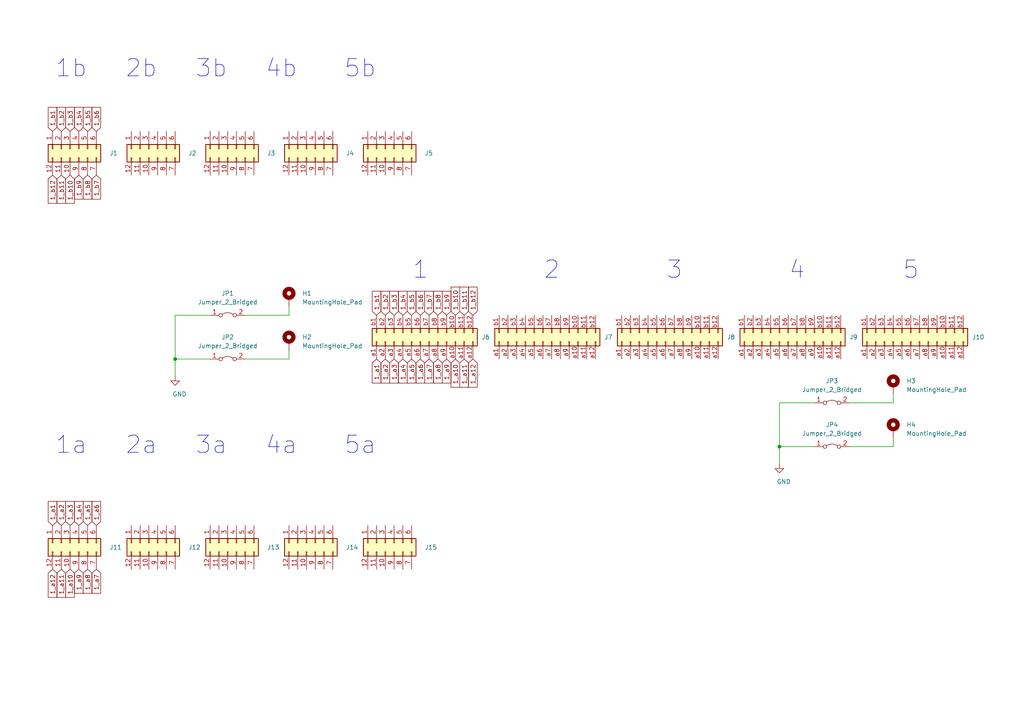
<source format=kicad_sch>
(kicad_sch (version 20210126) (generator eeschema)
  (paper "A4")
  (lib_symbols
    (symbol "Connector_Generic:Conn_02x06_Counter_Clockwise" (pin_names (offset 1.016) hide)
      (property "Reference" "J" (at 1.27 7.62 0))
      (property "Value" "Conn_02x06_Counter_Clockwise" (at 1.27 -10.16 0))
      (symbol "Conn_02x06_Counter_Clockwise_1_1"
        (rectangle (start -1.27 -4.953) (end 0 -5.207) (stroke (width 0.1524)))
        (rectangle (start -1.27 -7.493) (end 0 -7.747) (stroke (width 0.1524)))
        (rectangle (start -1.27 -2.413) (end 0 -2.667) (stroke (width 0.1524)))
        (rectangle (start -1.27 2.667) (end 0 2.413) (stroke (width 0.1524)))
        (rectangle (start -1.27 5.207) (end 0 4.953) (stroke (width 0.1524)))
        (rectangle (start -1.27 6.35) (end 3.81 -8.89) (stroke (width 0.254)) (fill (type background)))
        (rectangle (start -1.27 0.127) (end 0 -0.127) (stroke (width 0.1524)))
        (rectangle (start 3.81 -4.953) (end 2.54 -5.207) (stroke (width 0.1524)))
        (rectangle (start 3.81 -7.493) (end 2.54 -7.747) (stroke (width 0.1524)))
        (rectangle (start 3.81 -2.413) (end 2.54 -2.667) (stroke (width 0.1524)))
        (rectangle (start 3.81 2.667) (end 2.54 2.413) (stroke (width 0.1524)))
        (rectangle (start 3.81 5.207) (end 2.54 4.953) (stroke (width 0.1524)))
        (rectangle (start 3.81 0.127) (end 2.54 -0.127) (stroke (width 0.1524)))
        (pin passive line (at -5.08 5.08 0) (length 3.81) (name "Pin_1") (number "1"))
        (pin passive line (at 7.62 0 180) (length 3.81) (name "Pin_10") (number "10"))
        (pin passive line (at 7.62 2.54 180) (length 3.81) (name "Pin_11") (number "11"))
        (pin passive line (at 7.62 5.08 180) (length 3.81) (name "Pin_12") (number "12"))
        (pin passive line (at -5.08 2.54 0) (length 3.81) (name "Pin_2") (number "2"))
        (pin passive line (at -5.08 0 0) (length 3.81) (name "Pin_3") (number "3"))
        (pin passive line (at -5.08 -2.54 0) (length 3.81) (name "Pin_4") (number "4"))
        (pin passive line (at -5.08 -5.08 0) (length 3.81) (name "Pin_5") (number "5"))
        (pin passive line (at -5.08 -7.62 0) (length 3.81) (name "Pin_6") (number "6"))
        (pin passive line (at 7.62 -7.62 180) (length 3.81) (name "Pin_7") (number "7"))
        (pin passive line (at 7.62 -5.08 180) (length 3.81) (name "Pin_8") (number "8"))
        (pin passive line (at 7.62 -2.54 180) (length 3.81) (name "Pin_9") (number "9"))
      )
    )
    (symbol "Connector_Generic:Conn_02x12_Row_Letter_First" (pin_names (offset 1.016) hide)
      (property "Reference" "J" (at 1.27 15.24 0))
      (property "Value" "Conn_02x12_Row_Letter_First" (at 1.27 -17.78 0))
      (symbol "Conn_02x12_Row_Letter_First_1_1"
        (rectangle (start -1.27 -4.953) (end 0 -5.207) (stroke (width 0.1524)))
        (rectangle (start -1.27 -7.493) (end 0 -7.747) (stroke (width 0.1524)))
        (rectangle (start -1.27 -10.033) (end 0 -10.287) (stroke (width 0.1524)))
        (rectangle (start -1.27 -12.573) (end 0 -12.827) (stroke (width 0.1524)))
        (rectangle (start -1.27 -15.113) (end 0 -15.367) (stroke (width 0.1524)))
        (rectangle (start -1.27 -2.413) (end 0 -2.667) (stroke (width 0.1524)))
        (rectangle (start -1.27 2.667) (end 0 2.413) (stroke (width 0.1524)))
        (rectangle (start -1.27 5.207) (end 0 4.953) (stroke (width 0.1524)))
        (rectangle (start -1.27 7.747) (end 0 7.493) (stroke (width 0.1524)))
        (rectangle (start -1.27 10.287) (end 0 10.033) (stroke (width 0.1524)))
        (rectangle (start -1.27 0.127) (end 0 -0.127) (stroke (width 0.1524)))
        (rectangle (start -1.27 12.827) (end 0 12.573) (stroke (width 0.1524)))
        (rectangle (start -1.27 13.97) (end 3.81 -16.51) (stroke (width 0.254)) (fill (type background)))
        (rectangle (start 3.81 -4.953) (end 2.54 -5.207) (stroke (width 0.1524)))
        (rectangle (start 3.81 -7.493) (end 2.54 -7.747) (stroke (width 0.1524)))
        (rectangle (start 3.81 -10.033) (end 2.54 -10.287) (stroke (width 0.1524)))
        (rectangle (start 3.81 -12.573) (end 2.54 -12.827) (stroke (width 0.1524)))
        (rectangle (start 3.81 -15.113) (end 2.54 -15.367) (stroke (width 0.1524)))
        (rectangle (start 3.81 -2.413) (end 2.54 -2.667) (stroke (width 0.1524)))
        (rectangle (start 3.81 2.667) (end 2.54 2.413) (stroke (width 0.1524)))
        (rectangle (start 3.81 5.207) (end 2.54 4.953) (stroke (width 0.1524)))
        (rectangle (start 3.81 7.747) (end 2.54 7.493) (stroke (width 0.1524)))
        (rectangle (start 3.81 10.287) (end 2.54 10.033) (stroke (width 0.1524)))
        (rectangle (start 3.81 0.127) (end 2.54 -0.127) (stroke (width 0.1524)))
        (rectangle (start 3.81 12.827) (end 2.54 12.573) (stroke (width 0.1524)))
        (pin passive line (at -5.08 12.7 0) (length 3.81) (name "Pin_a1") (number "a1"))
        (pin passive line (at -5.08 -10.16 0) (length 3.81) (name "Pin_a10") (number "a10"))
        (pin passive line (at -5.08 -12.7 0) (length 3.81) (name "Pin_a11") (number "a11"))
        (pin passive line (at -5.08 -15.24 0) (length 3.81) (name "Pin_a12") (number "a12"))
        (pin passive line (at -5.08 10.16 0) (length 3.81) (name "Pin_a2") (number "a2"))
        (pin passive line (at -5.08 7.62 0) (length 3.81) (name "Pin_a3") (number "a3"))
        (pin passive line (at -5.08 5.08 0) (length 3.81) (name "Pin_a4") (number "a4"))
        (pin passive line (at -5.08 2.54 0) (length 3.81) (name "Pin_a5") (number "a5"))
        (pin passive line (at -5.08 0 0) (length 3.81) (name "Pin_a6") (number "a6"))
        (pin passive line (at -5.08 -2.54 0) (length 3.81) (name "Pin_a7") (number "a7"))
        (pin passive line (at -5.08 -5.08 0) (length 3.81) (name "Pin_a8") (number "a8"))
        (pin passive line (at -5.08 -7.62 0) (length 3.81) (name "Pin_a9") (number "a9"))
        (pin passive line (at 7.62 12.7 180) (length 3.81) (name "Pin_b1") (number "b1"))
        (pin passive line (at 7.62 -10.16 180) (length 3.81) (name "Pin_b10") (number "b10"))
        (pin passive line (at 7.62 -12.7 180) (length 3.81) (name "Pin_b11") (number "b11"))
        (pin passive line (at 7.62 -15.24 180) (length 3.81) (name "Pin_b12") (number "b12"))
        (pin passive line (at 7.62 10.16 180) (length 3.81) (name "Pin_b2") (number "b2"))
        (pin passive line (at 7.62 7.62 180) (length 3.81) (name "Pin_b3") (number "b3"))
        (pin passive line (at 7.62 5.08 180) (length 3.81) (name "Pin_b4") (number "b4"))
        (pin passive line (at 7.62 2.54 180) (length 3.81) (name "Pin_b5") (number "b5"))
        (pin passive line (at 7.62 0 180) (length 3.81) (name "Pin_b6") (number "b6"))
        (pin passive line (at 7.62 -2.54 180) (length 3.81) (name "Pin_b7") (number "b7"))
        (pin passive line (at 7.62 -5.08 180) (length 3.81) (name "Pin_b8") (number "b8"))
        (pin passive line (at 7.62 -7.62 180) (length 3.81) (name "Pin_b9") (number "b9"))
      )
    )
    (symbol "Jumper:Jumper_2_Bridged" (pin_names (offset 0) hide)
      (property "Reference" "JP" (at 0 1.905 0))
      (property "Value" "Jumper_2_Bridged" (at 0 -2.54 0))
      (symbol "Jumper_2_Bridged_0_0"
        (circle (center -2.032 0) (radius 0.508))
        (circle (center 2.032 0) (radius 0.508))
      )
      (symbol "Jumper_2_Bridged_0_1"
        (arc (start -1.524 0.254) (end 1.524 0.254) (radius (at 0 -1.778) (length 2.54) (angles 126.9 53.1)))
      )
      (symbol "Jumper_2_Bridged_1_1"
        (pin passive line (at -5.08 0 0) (length 2.54) (name "A") (number "1"))
        (pin passive line (at 5.08 0 180) (length 2.54) (name "B") (number "2"))
      )
    )
    (symbol "Mechanical:MountingHole_Pad" (pin_numbers hide) (pin_names (offset 1.016) hide)
      (property "Reference" "H" (at 0 6.35 0))
      (property "Value" "MountingHole_Pad" (at 0 4.445 0))
      (symbol "MountingHole_Pad_0_1"
        (circle (center 0 1.27) (radius 1.27) (stroke (width 1.27)))
      )
      (symbol "MountingHole_Pad_1_1"
        (pin input line (at 0 -2.54 90) (length 2.54) (name "1") (number "1"))
      )
    )
    (symbol "power:GND" (power) (pin_names (offset 0))
      (property "Value" "GND" (at 0 -3.81 0))
      (symbol "GND_0_1"
        (polyline (pts (xy 0 0) (xy 0 -1.27) (xy 1.27 -1.27) (xy 0 -2.54) (xy -1.27 -1.27) (xy 0 -1.27)))
      )
      (symbol "GND_1_1"
        (pin power_in line (at 0 0 270) (length 0) hide (name "GND") (number "1"))
      )
    )
  )
  (junction (at 50.8 104.14) (diameter 0.9144))
  (junction (at 226.06 129.54) (diameter 0.9144))
  (wire (pts (xy 50.8 91.44) (xy 60.96 91.44)))
  (wire (pts (xy 50.8 104.14) (xy 50.8 91.44)))
  (wire (pts (xy 50.8 104.14) (xy 50.8 109.22)))
  (wire (pts (xy 60.96 104.14) (xy 50.8 104.14)))
  (wire (pts (xy 71.12 91.44) (xy 83.82 91.44)))
  (wire (pts (xy 83.82 88.9) (xy 83.82 91.44)))
  (wire (pts (xy 83.82 101.6) (xy 83.82 104.14)))
  (wire (pts (xy 83.82 104.14) (xy 71.12 104.14)))
  (wire (pts (xy 226.06 116.84) (xy 236.22 116.84)))
  (wire (pts (xy 226.06 129.54) (xy 226.06 116.84)))
  (wire (pts (xy 226.06 129.54) (xy 226.06 134.62)))
  (wire (pts (xy 236.22 129.54) (xy 226.06 129.54)))
  (wire (pts (xy 246.38 116.84) (xy 259.08 116.84)))
  (wire (pts (xy 259.08 114.3) (xy 259.08 116.84)))
  (wire (pts (xy 259.08 127) (xy 259.08 129.54)))
  (wire (pts (xy 259.08 129.54) (xy 246.38 129.54)))
  (text "1b" (at 25.4 22.86 180) (effects (font (size 5 5)) (justify right bottom)))
  (text "1a" (at 25.4 132.08 180) (effects (font (size 5 5)) (justify right bottom)))
  (text "2b" (at 45.72 22.86 180) (effects (font (size 5 5)) (justify right bottom)))
  (text "2a" (at 45.72 132.08 180) (effects (font (size 5 5)) (justify right bottom)))
  (text "3b" (at 66.04 22.86 180) (effects (font (size 5 5)) (justify right bottom)))
  (text "3a" (at 66.04 132.08 180) (effects (font (size 5 5)) (justify right bottom)))
  (text "4b" (at 86.36 22.86 180) (effects (font (size 5 5)) (justify right bottom)))
  (text "4a" (at 86.36 132.08 180) (effects (font (size 5 5)) (justify right bottom)))
  (text "5b" (at 109.22 22.86 180) (effects (font (size 5 5)) (justify right bottom)))
  (text "5a" (at 109.22 132.08 180) (effects (font (size 5 5)) (justify right bottom)))
  (text "1" (at 124.46 81.28 180) (effects (font (size 5 5)) (justify right bottom)))
  (text "2" (at 162.56 81.28 180) (effects (font (size 5 5)) (justify right bottom)))
  (text "3" (at 198.12 81.28 180) (effects (font (size 5 5)) (justify right bottom)))
  (text "4" (at 233.68 81.28 180) (effects (font (size 5 5)) (justify right bottom)))
  (text "5" (at 266.7 81.28 180) (effects (font (size 5 5)) (justify right bottom)))
  (global_label "1_b1" (shape input) (at 15.24 38.1 90) (property "Intersheet References" "${INTERSHEET_REFS}" (effects hide)))
  (global_label "1_b12" (shape input) (at 15.24 50.8 270) (property "Intersheet References" "${INTERSHEET_REFS}" (effects hide)))
  (global_label "1_a1" (shape input) (at 15.24 152.4 90) (property "Intersheet References" "${INTERSHEET_REFS}" (effects hide)))
  (global_label "1_a12" (shape input) (at 15.24 165.1 270) (property "Intersheet References" "${INTERSHEET_REFS}" (effects hide)))
  (global_label "1_b2" (shape input) (at 17.78 38.1 90) (property "Intersheet References" "${INTERSHEET_REFS}" (effects hide)))
  (global_label "1_b11" (shape input) (at 17.78 50.8 270) (property "Intersheet References" "${INTERSHEET_REFS}" (effects hide)))
  (global_label "1_a2" (shape input) (at 17.78 152.4 90) (property "Intersheet References" "${INTERSHEET_REFS}" (effects hide)))
  (global_label "1_a11" (shape input) (at 17.78 165.1 270) (property "Intersheet References" "${INTERSHEET_REFS}" (effects hide)))
  (global_label "1_b3" (shape input) (at 20.32 38.1 90) (property "Intersheet References" "${INTERSHEET_REFS}" (effects hide)))
  (global_label "1_b10" (shape input) (at 20.32 50.8 270) (property "Intersheet References" "${INTERSHEET_REFS}" (effects hide)))
  (global_label "1_a3" (shape input) (at 20.32 152.4 90) (property "Intersheet References" "${INTERSHEET_REFS}" (effects hide)))
  (global_label "1_a10" (shape input) (at 20.32 165.1 270) (property "Intersheet References" "${INTERSHEET_REFS}" (effects hide)))
  (global_label "1_b4" (shape input) (at 22.86 38.1 90) (property "Intersheet References" "${INTERSHEET_REFS}" (effects hide)))
  (global_label "1_b9" (shape input) (at 22.86 50.8 270) (property "Intersheet References" "${INTERSHEET_REFS}" (effects hide)))
  (global_label "1_a4" (shape input) (at 22.86 152.4 90) (property "Intersheet References" "${INTERSHEET_REFS}" (effects hide)))
  (global_label "1_a9" (shape input) (at 22.86 165.1 270) (property "Intersheet References" "${INTERSHEET_REFS}" (effects hide)))
  (global_label "1_b5" (shape input) (at 25.4 38.1 90) (property "Intersheet References" "${INTERSHEET_REFS}" (effects hide)))
  (global_label "1_b8" (shape input) (at 25.4 50.8 270) (property "Intersheet References" "${INTERSHEET_REFS}" (effects hide)))
  (global_label "1_a5" (shape input) (at 25.4 152.4 90) (property "Intersheet References" "${INTERSHEET_REFS}" (effects hide)))
  (global_label "1_a8" (shape input) (at 25.4 165.1 270) (property "Intersheet References" "${INTERSHEET_REFS}" (effects hide)))
  (global_label "1_b6" (shape input) (at 27.94 38.1 90) (property "Intersheet References" "${INTERSHEET_REFS}" (effects hide)))
  (global_label "1_b7" (shape input) (at 27.94 50.8 270) (property "Intersheet References" "${INTERSHEET_REFS}" (effects hide)))
  (global_label "1_a6" (shape input) (at 27.94 152.4 90) (property "Intersheet References" "${INTERSHEET_REFS}" (effects hide)))
  (global_label "1_a7" (shape input) (at 27.94 165.1 270) (property "Intersheet References" "${INTERSHEET_REFS}" (effects hide)))
  (global_label "1_b1" (shape input) (at 109.22 91.44 90) (property "Intersheet References" "${INTERSHEET_REFS}" (effects hide)))
  (global_label "1_a1" (shape input) (at 109.22 104.14 270) (property "Intersheet References" "${INTERSHEET_REFS}" (effects hide)))
  (global_label "1_b2" (shape input) (at 111.76 91.44 90) (property "Intersheet References" "${INTERSHEET_REFS}" (effects hide)))
  (global_label "1_a2" (shape input) (at 111.76 104.14 270) (property "Intersheet References" "${INTERSHEET_REFS}" (effects hide)))
  (global_label "1_b3" (shape input) (at 114.3 91.44 90) (property "Intersheet References" "${INTERSHEET_REFS}" (effects hide)))
  (global_label "1_a3" (shape input) (at 114.3 104.14 270) (property "Intersheet References" "${INTERSHEET_REFS}" (effects hide)))
  (global_label "1_b4" (shape input) (at 116.84 91.44 90) (property "Intersheet References" "${INTERSHEET_REFS}" (effects hide)))
  (global_label "1_a4" (shape input) (at 116.84 104.14 270) (property "Intersheet References" "${INTERSHEET_REFS}" (effects hide)))
  (global_label "1_b5" (shape input) (at 119.38 91.44 90) (property "Intersheet References" "${INTERSHEET_REFS}" (effects hide)))
  (global_label "1_a5" (shape input) (at 119.38 104.14 270) (property "Intersheet References" "${INTERSHEET_REFS}" (effects hide)))
  (global_label "1_b6" (shape input) (at 121.92 91.44 90) (property "Intersheet References" "${INTERSHEET_REFS}" (effects hide)))
  (global_label "1_a6" (shape input) (at 121.92 104.14 270) (property "Intersheet References" "${INTERSHEET_REFS}" (effects hide)))
  (global_label "1_b7" (shape input) (at 124.46 91.44 90) (property "Intersheet References" "${INTERSHEET_REFS}" (effects hide)))
  (global_label "1_a7" (shape input) (at 124.46 104.14 270) (property "Intersheet References" "${INTERSHEET_REFS}" (effects hide)))
  (global_label "1_b8" (shape input) (at 127 91.44 90) (property "Intersheet References" "${INTERSHEET_REFS}" (effects hide)))
  (global_label "1_a8" (shape input) (at 127 104.14 270) (property "Intersheet References" "${INTERSHEET_REFS}" (effects hide)))
  (global_label "1_b9" (shape input) (at 129.54 91.44 90) (property "Intersheet References" "${INTERSHEET_REFS}" (effects hide)))
  (global_label "1_a9" (shape input) (at 129.54 104.14 270) (property "Intersheet References" "${INTERSHEET_REFS}" (effects hide)))
  (global_label "1_b10" (shape input) (at 132.08 91.44 90) (property "Intersheet References" "${INTERSHEET_REFS}" (effects hide)))
  (global_label "1_a10" (shape input) (at 132.08 104.14 270) (property "Intersheet References" "${INTERSHEET_REFS}" (effects hide)))
  (global_label "1_b11" (shape input) (at 134.62 91.44 90) (property "Intersheet References" "${INTERSHEET_REFS}" (effects hide)))
  (global_label "1_a11" (shape input) (at 134.62 104.14 270) (property "Intersheet References" "${INTERSHEET_REFS}" (effects hide)))
  (global_label "1_b12" (shape input) (at 137.16 91.44 90) (property "Intersheet References" "${INTERSHEET_REFS}" (effects hide)))
  (global_label "1_a12" (shape input) (at 137.16 104.14 270) (property "Intersheet References" "${INTERSHEET_REFS}" (effects hide)))
  (symbol (lib_id "power:GND") (at 50.8 109.22 0) (unit 1)
    (property "Reference" "#PWR0101" (effects hide))
    (property "Value" "GND" (at 52.07 114.3 0))
  )
  (symbol (lib_id "power:GND") (at 226.06 134.62 0) (unit 1)
    (property "Reference" "#PWR0102" (effects hide))
    (property "Value" "GND" (at 227.33 139.7 0))
  )
  (symbol (lib_id "Mechanical:MountingHole_Pad") (at 83.82 86.36 0) (unit 1)
    (property "Reference" "H1" (at 87.63 85.09 0) (effects (justify left)))
    (property "Value" "MountingHole_Pad" (at 87.63 87.63 0) (effects (justify left)))
    (property "Footprint" "MountingHole:MountingHole_2.2mm_M2_Pad_Via" (effects hide))
  )
  (symbol (lib_id "Mechanical:MountingHole_Pad") (at 83.82 99.06 0) (unit 1)
    (property "Reference" "H2" (at 87.63 97.79 0) (effects (justify left)))
    (property "Value" "MountingHole_Pad" (at 87.63 100.33 0) (effects (justify left)))
    (property "Footprint" "MountingHole:MountingHole_2.2mm_M2_Pad_Via" (effects hide))
  )
  (symbol (lib_id "Mechanical:MountingHole_Pad") (at 259.08 111.76 0) (unit 1)
    (property "Reference" "H3" (at 262.89 110.49 0) (effects (justify left)))
    (property "Value" "MountingHole_Pad" (at 262.89 113.03 0) (effects (justify left)))
    (property "Footprint" "MountingHole:MountingHole_2.2mm_M2_Pad_Via" (effects hide))
  )
  (symbol (lib_id "Mechanical:MountingHole_Pad") (at 259.08 124.46 0) (unit 1)
    (property "Reference" "H4" (at 262.89 123.19 0) (effects (justify left)))
    (property "Value" "MountingHole_Pad" (at 262.89 125.73 0) (effects (justify left)))
    (property "Footprint" "MountingHole:MountingHole_2.2mm_M2_Pad_Via" (effects hide))
  )
  (symbol (lib_id "Jumper:Jumper_2_Bridged") (at 66.04 91.44 0) (unit 1)
    (property "Reference" "JP1" (at 66.04 85.09 0))
    (property "Value" "Jumper_2_Bridged" (at 66.04 87.63 0))
    (property "Footprint" "Jumper:SolderJumper-2_P1.3mm_Bridged_RoundedPad1.0x1.5mm" (effects hide))
  )
  (symbol (lib_id "Jumper:Jumper_2_Bridged") (at 66.04 104.14 0) (unit 1)
    (property "Reference" "JP2" (at 66.04 97.79 0))
    (property "Value" "Jumper_2_Bridged" (at 66.04 100.33 0))
    (property "Footprint" "Jumper:SolderJumper-2_P1.3mm_Bridged_RoundedPad1.0x1.5mm" (effects hide))
  )
  (symbol (lib_id "Jumper:Jumper_2_Bridged") (at 241.3 116.84 0) (unit 1)
    (property "Reference" "JP3" (at 241.3 110.49 0))
    (property "Value" "Jumper_2_Bridged" (at 241.3 113.03 0))
    (property "Footprint" "Jumper:SolderJumper-2_P1.3mm_Bridged_RoundedPad1.0x1.5mm" (effects hide))
  )
  (symbol (lib_id "Jumper:Jumper_2_Bridged") (at 241.3 129.54 0) (unit 1)
    (property "Reference" "JP4" (at 241.3 123.19 0))
    (property "Value" "Jumper_2_Bridged" (at 241.3 125.73 0))
    (property "Footprint" "Jumper:SolderJumper-2_P1.3mm_Bridged_RoundedPad1.0x1.5mm" (effects hide))
  )
  (symbol (lib_id "Connector_Generic:Conn_02x06_Counter_Clockwise") (at 20.32 43.18 90) (mirror x) (unit 1)
    (property "Reference" "J1" (at 31.75 44.45 90) (effects (justify right)))
    (property "Value" "Conn_02x06_Counter_Clockwise" (effects hide))
    (property "Footprint" "MINE:71609" (effects hide))
  )
  (symbol (lib_id "Connector_Generic:Conn_02x06_Counter_Clockwise") (at 20.32 157.48 90) (mirror x) (unit 1)
    (property "Reference" "J11" (at 31.75 158.75 90) (effects (justify right)))
    (property "Value" "Conn_02x06_Counter_Clockwise" (effects hide))
    (property "Footprint" "MINE:71609" (effects hide))
  )
  (symbol (lib_id "Connector_Generic:Conn_02x06_Counter_Clockwise") (at 43.18 43.18 90) (mirror x) (unit 1)
    (property "Reference" "J2" (at 54.61 44.45 90) (effects (justify right)))
    (property "Value" "Conn_02x06_Counter_Clockwise" (effects hide))
    (property "Footprint" "MINE:71609" (effects hide))
  )
  (symbol (lib_id "Connector_Generic:Conn_02x06_Counter_Clockwise") (at 43.18 157.48 90) (mirror x) (unit 1)
    (property "Reference" "J12" (at 54.61 158.75 90) (effects (justify right)))
    (property "Value" "Conn_02x06_Counter_Clockwise" (effects hide))
    (property "Footprint" "MINE:71609" (effects hide))
  )
  (symbol (lib_id "Connector_Generic:Conn_02x06_Counter_Clockwise") (at 66.04 43.18 90) (mirror x) (unit 1)
    (property "Reference" "J3" (at 77.47 44.45 90) (effects (justify right)))
    (property "Value" "Conn_02x06_Counter_Clockwise" (effects hide))
    (property "Footprint" "MINE:71609" (effects hide))
  )
  (symbol (lib_id "Connector_Generic:Conn_02x06_Counter_Clockwise") (at 66.04 157.48 90) (mirror x) (unit 1)
    (property "Reference" "J13" (at 77.47 158.75 90) (effects (justify right)))
    (property "Value" "Conn_02x06_Counter_Clockwise" (effects hide))
    (property "Footprint" "MINE:71609" (effects hide))
  )
  (symbol (lib_id "Connector_Generic:Conn_02x06_Counter_Clockwise") (at 88.9 43.18 90) (mirror x) (unit 1)
    (property "Reference" "J4" (at 100.33 44.45 90) (effects (justify right)))
    (property "Value" "Conn_02x06_Counter_Clockwise" (effects hide))
    (property "Footprint" "MINE:71609" (effects hide))
  )
  (symbol (lib_id "Connector_Generic:Conn_02x06_Counter_Clockwise") (at 88.9 157.48 90) (mirror x) (unit 1)
    (property "Reference" "J14" (at 100.33 158.75 90) (effects (justify right)))
    (property "Value" "Conn_02x06_Counter_Clockwise" (effects hide))
    (property "Footprint" "MINE:71609" (effects hide))
  )
  (symbol (lib_id "Connector_Generic:Conn_02x06_Counter_Clockwise") (at 111.76 43.18 90) (mirror x) (unit 1)
    (property "Reference" "J5" (at 123.19 44.45 90) (effects (justify right)))
    (property "Value" "Conn_02x06_Counter_Clockwise" (effects hide))
    (property "Footprint" "MINE:71609" (effects hide))
  )
  (symbol (lib_id "Connector_Generic:Conn_02x06_Counter_Clockwise") (at 111.76 157.48 90) (mirror x) (unit 1)
    (property "Reference" "J15" (at 123.19 158.75 90) (effects (justify right)))
    (property "Value" "Conn_02x06_Counter_Clockwise" (effects hide))
    (property "Footprint" "MINE:71609" (effects hide))
  )
  (symbol (lib_id "Connector_Generic:Conn_02x12_Row_Letter_First") (at 121.92 99.06 90) (unit 1)
    (property "Reference" "J6" (at 139.7 97.79 90) (effects (justify right)))
    (property "Value" "Conn_02x12_Row_Letter_First" (effects hide))
    (property "Footprint" "MINE:PinSocket_2x12_P2.00mm_Vertical_EDGE_USBC_pins" (effects hide))
  )
  (symbol (lib_id "Connector_Generic:Conn_02x12_Row_Letter_First") (at 157.48 99.06 90) (unit 1)
    (property "Reference" "J7" (at 175.26 97.79 90) (effects (justify right)))
    (property "Value" "Conn_02x12_Row_Letter_First" (effects hide))
    (property "Footprint" "MINE:PinSocket_2x12_P2.00mm_Vertical_EDGE_USBC_pins" (effects hide))
  )
  (symbol (lib_id "Connector_Generic:Conn_02x12_Row_Letter_First") (at 193.04 99.06 90) (unit 1)
    (property "Reference" "J8" (at 210.82 97.79 90) (effects (justify right)))
    (property "Value" "Conn_02x12_Row_Letter_First" (effects hide))
    (property "Footprint" "MINE:PinSocket_2x12_P2.00mm_Vertical_EDGE_USBC_pins" (effects hide))
  )
  (symbol (lib_id "Connector_Generic:Conn_02x12_Row_Letter_First") (at 228.6 99.06 90) (unit 1)
    (property "Reference" "J9" (at 246.38 97.79 90) (effects (justify right)))
    (property "Value" "Conn_02x12_Row_Letter_First" (effects hide))
    (property "Footprint" "MINE:PinSocket_2x12_P2.00mm_Vertical_EDGE_USBC_pins" (effects hide))
  )
  (symbol (lib_id "Connector_Generic:Conn_02x12_Row_Letter_First") (at 264.16 99.06 90) (unit 1)
    (property "Reference" "J10" (at 281.94 97.79 90) (effects (justify right)))
    (property "Value" "Conn_02x12_Row_Letter_First" (effects hide))
    (property "Footprint" "MINE:PinSocket_2x12_P2.00mm_Vertical_EDGE_USBC_pins" (effects hide))
  )
)
</source>
